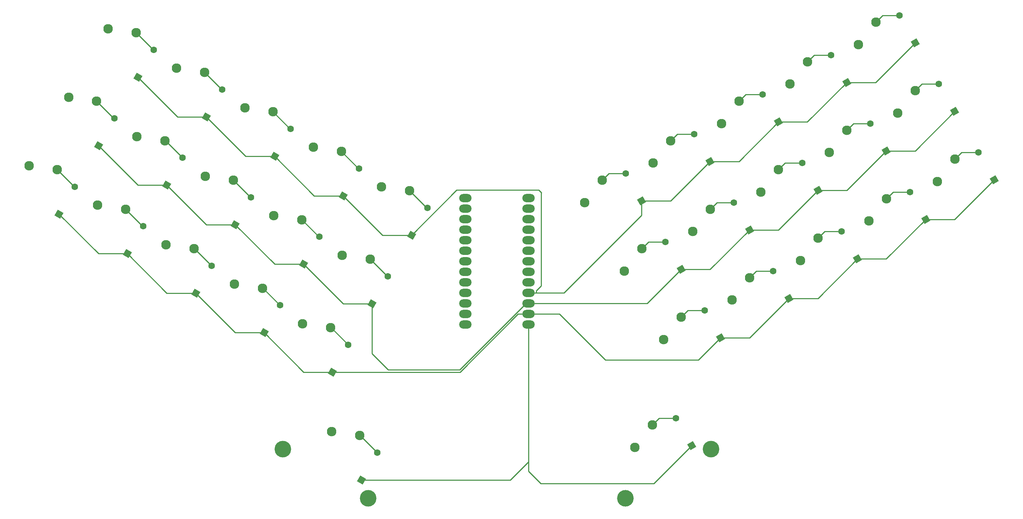
<source format=gbr>
%TF.GenerationSoftware,KiCad,Pcbnew,7.0.8*%
%TF.CreationDate,2023-12-03T22:10:45-05:00*%
%TF.ProjectId,4900_keeb_for_me,34393030-5f6b-4656-9562-5f666f725f6d,rev?*%
%TF.SameCoordinates,Original*%
%TF.FileFunction,Copper,L2,Bot*%
%TF.FilePolarity,Positive*%
%FSLAX46Y46*%
G04 Gerber Fmt 4.6, Leading zero omitted, Abs format (unit mm)*
G04 Created by KiCad (PCBNEW 7.0.8) date 2023-12-03 22:10:45*
%MOMM*%
%LPD*%
G01*
G04 APERTURE LIST*
G04 Aperture macros list*
%AMHorizOval*
0 Thick line with rounded ends*
0 $1 width*
0 $2 $3 position (X,Y) of the first rounded end (center of the circle)*
0 $4 $5 position (X,Y) of the second rounded end (center of the circle)*
0 Add line between two ends*
20,1,$1,$2,$3,$4,$5,0*
0 Add two circle primitives to create the rounded ends*
1,1,$1,$2,$3*
1,1,$1,$4,$5*%
%AMRotRect*
0 Rectangle, with rotation*
0 The origin of the aperture is its center*
0 $1 length*
0 $2 width*
0 $3 Rotation angle, in degrees counterclockwise*
0 Add horizontal line*
21,1,$1,$2,0,0,$3*%
G04 Aperture macros list end*
%TA.AperFunction,ComponentPad*%
%ADD10C,2.300000*%
%TD*%
%TA.AperFunction,ComponentPad*%
%ADD11C,4.000000*%
%TD*%
%TA.AperFunction,ComponentPad*%
%ADD12RotRect,1.600000X1.600000X60.000000*%
%TD*%
%TA.AperFunction,ComponentPad*%
%ADD13HorizOval,1.600000X0.000000X0.000000X0.000000X0.000000X0*%
%TD*%
%TA.AperFunction,ComponentPad*%
%ADD14RotRect,1.600000X1.600000X120.000000*%
%TD*%
%TA.AperFunction,ComponentPad*%
%ADD15HorizOval,1.600000X0.000000X0.000000X0.000000X0.000000X0*%
%TD*%
%TA.AperFunction,ComponentPad*%
%ADD16O,3.000000X2.000000*%
%TD*%
%TA.AperFunction,Conductor*%
%ADD17C,0.250000*%
%TD*%
G04 APERTURE END LIST*
D10*
%TO.P,SW3,2,2*%
%TO.N,Net-(D3-A)*%
X94796665Y-61588631D03*
%TO.P,SW3,1,1*%
%TO.N,/COL3*%
X88027403Y-60613335D03*
%TD*%
%TO.P,SW21,2,2*%
%TO.N,Net-(D21-A)*%
X42749897Y-75533363D03*
%TO.P,SW21,1,1*%
%TO.N,/COL1*%
X35980635Y-74558067D03*
%TD*%
%TO.P,SW22,2,2*%
%TO.N,Net-(D22-A)*%
X59247681Y-85058363D03*
%TO.P,SW22,1,1*%
%TO.N,/COL2*%
X52478419Y-84083067D03*
%TD*%
%TO.P,SW17,2,2*%
%TO.N,Net-(D17-A)*%
X200281061Y-85070579D03*
%TO.P,SW17,1,1*%
%TO.N,/COL7*%
X196051799Y-90445283D03*
%TD*%
%TO.P,SW27,2,2*%
%TO.N,Net-(D27-A)*%
X209804961Y-101569199D03*
%TO.P,SW27,1,1*%
%TO.N,/COL7*%
X205575699Y-106943903D03*
%TD*%
%TO.P,SW15,2,2*%
%TO.N,Net-(D15-A)*%
X118266033Y-97136063D03*
%TO.P,SW15,1,1*%
%TO.N,/COL5*%
X111496771Y-96160767D03*
%TD*%
%TO.P,SW29,2,2*%
%TO.N,Net-(D29-A)*%
X242800529Y-82519199D03*
%TO.P,SW29,1,1*%
%TO.N,/COL9*%
X238571267Y-87893903D03*
%TD*%
%TO.P,SW1,2,2*%
%TO.N,Net-(D1-A)*%
X61801097Y-42538631D03*
%TO.P,SW1,1,1*%
%TO.N,/COL1*%
X55031835Y-41563335D03*
%TD*%
%TO.P,SW12,2,2*%
%TO.N,Net-(D12-A)*%
X68772681Y-68561063D03*
%TO.P,SW12,1,1*%
%TO.N,/COL2*%
X62003419Y-67585767D03*
%TD*%
%TO.P,SW13,2,2*%
%TO.N,Net-(D13-A)*%
X85270465Y-78086063D03*
%TO.P,SW13,1,1*%
%TO.N,/COL3*%
X78501203Y-77110767D03*
%TD*%
%TO.P,SW6,2,2*%
%TO.N,Net-(D6-A)*%
X174258277Y-78098279D03*
%TO.P,SW6,1,1*%
%TO.N,/COL6*%
X170029015Y-83472983D03*
%TD*%
%TO.P,SW28,2,2*%
%TO.N,Net-(D28-A)*%
X226302745Y-92044199D03*
%TO.P,SW28,1,1*%
%TO.N,/COL8*%
X222073483Y-97418903D03*
%TD*%
%TO.P,SW9,2,2*%
%TO.N,Net-(D9-A)*%
X223751629Y-49523279D03*
%TO.P,SW9,1,1*%
%TO.N,/COL9*%
X219522367Y-54897983D03*
%TD*%
%TO.P,SW19,2,2*%
%TO.N,Net-(D19-A)*%
X233276629Y-66020579D03*
%TO.P,SW19,1,1*%
%TO.N,/COL9*%
X229047367Y-71395283D03*
%TD*%
%TO.P,SW20,2,2*%
%TO.N,Net-(D20-A)*%
X249774413Y-56495579D03*
%TO.P,SW20,1,1*%
%TO.N,/COL10*%
X245545151Y-61870283D03*
%TD*%
D11*
%TO.P,S32,*%
%TO.N,*%
X179856827Y-154787490D03*
X200479057Y-142881240D03*
%TD*%
D10*
%TO.P,SW31,2,2*%
%TO.N,Net-(D31-A)*%
X115715017Y-139656983D03*
%TO.P,SW31,1,1*%
%TO.N,/COL5*%
X108945755Y-138681687D03*
%TD*%
%TO.P,SW7,2,2*%
%TO.N,Net-(D7-A)*%
X190756061Y-68573279D03*
%TO.P,SW7,1,1*%
%TO.N,/COL7*%
X186526799Y-73947983D03*
%TD*%
%TO.P,SW4,2,2*%
%TO.N,Net-(D4-A)*%
X111294449Y-71113631D03*
%TO.P,SW4,1,1*%
%TO.N,/COL4*%
X104525187Y-70138335D03*
%TD*%
%TO.P,SW5,2,2*%
%TO.N,Net-(D5-A)*%
X127792233Y-80638631D03*
%TO.P,SW5,1,1*%
%TO.N,/COL5*%
X121022971Y-79663335D03*
%TD*%
%TO.P,SW18,2,2*%
%TO.N,Net-(D18-A)*%
X216778845Y-75545579D03*
%TO.P,SW18,1,1*%
%TO.N,/COL8*%
X212549583Y-80920283D03*
%TD*%
%TO.P,SW11,2,2*%
%TO.N,Net-(D11-A)*%
X52274897Y-59036063D03*
%TO.P,SW11,1,1*%
%TO.N,/COL1*%
X45505635Y-58060767D03*
%TD*%
%TO.P,SW2,2,2*%
%TO.N,Net-(D2-A)*%
X78298881Y-52063631D03*
%TO.P,SW2,1,1*%
%TO.N,/COL2*%
X71529619Y-51088335D03*
%TD*%
%TO.P,SW23,2,2*%
%TO.N,Net-(D23-A)*%
X75745465Y-94583363D03*
%TO.P,SW23,1,1*%
%TO.N,/COL3*%
X68976203Y-93608067D03*
%TD*%
%TO.P,SW14,2,2*%
%TO.N,Net-(D14-A)*%
X101768249Y-87611063D03*
%TO.P,SW14,1,1*%
%TO.N,/COL4*%
X94998987Y-86635767D03*
%TD*%
%TO.P,SW24,2,2*%
%TO.N,Net-(D24-A)*%
X92243249Y-104108363D03*
%TO.P,SW24,1,1*%
%TO.N,/COL4*%
X85473987Y-103133067D03*
%TD*%
D11*
%TO.P,S31,*%
%TO.N,*%
X97170843Y-142881240D03*
X117793073Y-154787490D03*
%TD*%
D10*
%TO.P,SW25,2,2*%
%TO.N,Net-(D25-A)*%
X108741033Y-113633363D03*
%TO.P,SW25,1,1*%
%TO.N,/COL5*%
X101971771Y-112658067D03*
%TD*%
%TO.P,SW8,2,2*%
%TO.N,Net-(D8-A)*%
X207253845Y-59048279D03*
%TO.P,SW8,1,1*%
%TO.N,/COL8*%
X203024583Y-64422983D03*
%TD*%
%TO.P,SW16,2,2*%
%TO.N,Net-(D16-A)*%
X183783277Y-94595579D03*
%TO.P,SW16,1,1*%
%TO.N,/COL6*%
X179554015Y-99970283D03*
%TD*%
%TO.P,SW32,2,2*%
%TO.N,Net-(D32-A)*%
X186334393Y-137116983D03*
%TO.P,SW32,1,1*%
%TO.N,/COL6*%
X182105131Y-142491687D03*
%TD*%
%TO.P,SW10,2,2*%
%TO.N,Net-(D10-A)*%
X240249413Y-39998279D03*
%TO.P,SW10,1,1*%
%TO.N,/COL10*%
X236020151Y-45372983D03*
%TD*%
%TO.P,SW30,2,2*%
%TO.N,Net-(D30-A)*%
X259298313Y-72994199D03*
%TO.P,SW30,1,1*%
%TO.N,/COL10*%
X255069051Y-78368903D03*
%TD*%
%TO.P,SW26,2,2*%
%TO.N,Net-(D26-A)*%
X193307177Y-111094199D03*
%TO.P,SW26,1,1*%
%TO.N,/COL6*%
X189077915Y-116468903D03*
%TD*%
D12*
%TO.P,D21,1,K*%
%TO.N,/ROW3*%
X43181947Y-86253776D03*
D13*
%TO.P,D21,2,A*%
%TO.N,Net-(D21-A)*%
X46991947Y-79654662D03*
%TD*%
D14*
%TO.P,D16,1,K*%
%TO.N,/ROW2*%
X193283452Y-99581619D03*
D15*
%TO.P,D16,2,A*%
%TO.N,Net-(D16-A)*%
X189473452Y-92982505D03*
%TD*%
D14*
%TO.P,D7,1,K*%
%TO.N,/ROW1*%
X200256235Y-73559319D03*
D15*
%TO.P,D7,2,A*%
%TO.N,Net-(D7-A)*%
X196446235Y-66960205D03*
%TD*%
D12*
%TO.P,D11,1,K*%
%TO.N,/ROW2*%
X52706947Y-69756476D03*
D13*
%TO.P,D11,2,A*%
%TO.N,Net-(D11-A)*%
X56516947Y-63157362D03*
%TD*%
D12*
%TO.P,D15,1,K*%
%TO.N,/ROW2*%
X118698083Y-107856476D03*
D13*
%TO.P,D15,2,A*%
%TO.N,Net-(D15-A)*%
X122508083Y-101257362D03*
%TD*%
D14*
%TO.P,D18,1,K*%
%TO.N,/ROW2*%
X226279020Y-80531619D03*
D15*
%TO.P,D18,2,A*%
%TO.N,Net-(D18-A)*%
X222469020Y-73932505D03*
%TD*%
D14*
%TO.P,D17,1,K*%
%TO.N,/ROW2*%
X209781236Y-90056619D03*
D15*
%TO.P,D17,2,A*%
%TO.N,Net-(D17-A)*%
X205971236Y-83457505D03*
%TD*%
D14*
%TO.P,D28,1,K*%
%TO.N,/ROW3*%
X235802920Y-97030239D03*
D15*
%TO.P,D28,2,A*%
%TO.N,Net-(D28-A)*%
X231992920Y-90431125D03*
%TD*%
D12*
%TO.P,D2,1,K*%
%TO.N,/ROW1*%
X78730931Y-62784044D03*
D13*
%TO.P,D2,2,A*%
%TO.N,Net-(D2-A)*%
X82540931Y-56184930D03*
%TD*%
D12*
%TO.P,D1,1,K*%
%TO.N,/ROW1*%
X62233147Y-53259044D03*
D13*
%TO.P,D1,2,A*%
%TO.N,Net-(D1-A)*%
X66043147Y-46659930D03*
%TD*%
D12*
%TO.P,D25,1,K*%
%TO.N,/ROW3*%
X109173083Y-124353776D03*
D13*
%TO.P,D25,2,A*%
%TO.N,Net-(D25-A)*%
X112983083Y-117754662D03*
%TD*%
D14*
%TO.P,D19,1,K*%
%TO.N,/ROW2*%
X242776804Y-71006619D03*
D15*
%TO.P,D19,2,A*%
%TO.N,Net-(D19-A)*%
X238966804Y-64407505D03*
%TD*%
D12*
%TO.P,D24,1,K*%
%TO.N,/ROW3*%
X92675299Y-114828776D03*
D13*
%TO.P,D24,2,A*%
%TO.N,Net-(D24-A)*%
X96485299Y-108229662D03*
%TD*%
D12*
%TO.P,D31,1,K*%
%TO.N,/ROW4*%
X116147067Y-150377396D03*
D13*
%TO.P,D31,2,A*%
%TO.N,Net-(D31-A)*%
X119957067Y-143778282D03*
%TD*%
D12*
%TO.P,D22,1,K*%
%TO.N,/ROW3*%
X59679731Y-95778776D03*
D13*
%TO.P,D22,2,A*%
%TO.N,Net-(D22-A)*%
X63489731Y-89179662D03*
%TD*%
D14*
%TO.P,D30,1,K*%
%TO.N,/ROW3*%
X268798488Y-77980239D03*
D15*
%TO.P,D30,2,A*%
%TO.N,Net-(D30-A)*%
X264988488Y-71381125D03*
%TD*%
D14*
%TO.P,D29,1,K*%
%TO.N,/ROW3*%
X252300704Y-87505239D03*
D15*
%TO.P,D29,2,A*%
%TO.N,Net-(D29-A)*%
X248490704Y-80906125D03*
%TD*%
D12*
%TO.P,D3,1,K*%
%TO.N,/ROW1*%
X95228715Y-72309044D03*
D13*
%TO.P,D3,2,A*%
%TO.N,Net-(D3-A)*%
X99038715Y-65709930D03*
%TD*%
D16*
%TO.P,U1,26,D10*%
%TO.N,/COL1*%
X141204950Y-82420000D03*
%TO.P,U1,25,MOSI*%
%TO.N,unconnected-(U1-MOSI-Pad25)*%
X141204950Y-84960000D03*
%TO.P,U1,24,MISO*%
%TO.N,unconnected-(U1-MISO-Pad24)*%
X141204950Y-87500000D03*
%TO.P,U1,23,SCK*%
%TO.N,unconnected-(U1-SCK-Pad23)*%
X141204950Y-90040000D03*
%TO.P,U1,22,A0*%
%TO.N,/COL2*%
X141204950Y-92580000D03*
%TO.P,U1,21,A1*%
%TO.N,/COL3*%
X141204950Y-95120000D03*
%TO.P,U1,20,A2*%
%TO.N,/COL4*%
X141204950Y-97660000D03*
%TO.P,U1,19,A3*%
%TO.N,/COL5*%
X141204950Y-100200000D03*
%TO.P,U1,18,3V3*%
%TO.N,+3V3*%
X141204950Y-102740000D03*
%TO.P,U1,17,RESET*%
%TO.N,unconnected-(U1-RESET-Pad17)*%
X141204950Y-105280000D03*
%TO.P,U1,16,GND*%
%TO.N,GND*%
X141204950Y-107820000D03*
%TO.P,U1,15,RAW*%
%TO.N,unconnected-(U1-RAW-Pad15)*%
X141204950Y-110360000D03*
%TO.P,U1,14,D-*%
%TO.N,unconnected-(U1-D--Pad14)*%
X141204950Y-112900000D03*
%TO.P,U1,13,D9*%
%TO.N,/ROW4*%
X156444950Y-112900000D03*
%TO.P,U1,12,D8*%
%TO.N,/ROW3*%
X156444950Y-110360000D03*
%TO.P,U1,11,D7*%
%TO.N,/ROW2*%
X156444950Y-107820000D03*
%TO.P,U1,10,D6*%
%TO.N,/ROW1*%
X156444950Y-105280000D03*
%TO.P,U1,9,D5*%
%TO.N,/COL6*%
X156444950Y-102740000D03*
%TO.P,U1,8,D4*%
%TO.N,/COL7*%
X156444950Y-100200000D03*
%TO.P,U1,7,D3*%
%TO.N,/COL8*%
X156444950Y-97660000D03*
%TO.P,U1,6,D2*%
%TO.N,/COL9*%
X156444950Y-95120000D03*
%TO.P,U1,5,GND*%
%TO.N,GND*%
X156444950Y-92580000D03*
%TO.P,U1,4,GND*%
X156444950Y-90040000D03*
%TO.P,U1,3,D1*%
%TO.N,/COL10*%
X156444950Y-87500000D03*
%TO.P,U1,2,D0*%
%TO.N,unconnected-(U1-D0-Pad2)*%
X156444950Y-84960000D03*
%TO.P,U1,1,D+*%
%TO.N,unconnected-(U1-D+-Pad1)*%
X156444950Y-82420000D03*
%TD*%
D12*
%TO.P,D5,1,K*%
%TO.N,/ROW1*%
X128224283Y-91359044D03*
D13*
%TO.P,D5,2,A*%
%TO.N,Net-(D5-A)*%
X132034283Y-84759930D03*
%TD*%
D14*
%TO.P,D27,1,K*%
%TO.N,/ROW3*%
X219305136Y-106555239D03*
D15*
%TO.P,D27,2,A*%
%TO.N,Net-(D27-A)*%
X215495136Y-99956125D03*
%TD*%
D12*
%TO.P,D13,1,K*%
%TO.N,/ROW2*%
X85702515Y-88806476D03*
D13*
%TO.P,D13,2,A*%
%TO.N,Net-(D13-A)*%
X89512515Y-82207362D03*
%TD*%
D12*
%TO.P,D23,1,K*%
%TO.N,/ROW3*%
X76177515Y-105303776D03*
D13*
%TO.P,D23,2,A*%
%TO.N,Net-(D23-A)*%
X79987515Y-98704662D03*
%TD*%
D14*
%TO.P,D26,1,K*%
%TO.N,/ROW3*%
X202807352Y-116080239D03*
D15*
%TO.P,D26,2,A*%
%TO.N,Net-(D26-A)*%
X198997352Y-109481125D03*
%TD*%
D14*
%TO.P,D20,1,K*%
%TO.N,/ROW2*%
X259274588Y-61481619D03*
D15*
%TO.P,D20,2,A*%
%TO.N,Net-(D20-A)*%
X255464588Y-54882505D03*
%TD*%
D12*
%TO.P,D14,1,K*%
%TO.N,/ROW2*%
X102200299Y-98331476D03*
D13*
%TO.P,D14,2,A*%
%TO.N,Net-(D14-A)*%
X106010299Y-91732362D03*
%TD*%
D14*
%TO.P,D8,1,K*%
%TO.N,/ROW1*%
X216754019Y-64034319D03*
D15*
%TO.P,D8,2,A*%
%TO.N,Net-(D8-A)*%
X212944019Y-57435205D03*
%TD*%
D14*
%TO.P,D6,1,K*%
%TO.N,/ROW1*%
X183758451Y-83084319D03*
D15*
%TO.P,D6,2,A*%
%TO.N,Net-(D6-A)*%
X179948451Y-76485205D03*
%TD*%
D14*
%TO.P,D10,1,K*%
%TO.N,/ROW1*%
X249749587Y-44984319D03*
D15*
%TO.P,D10,2,A*%
%TO.N,Net-(D10-A)*%
X245939587Y-38385205D03*
%TD*%
D12*
%TO.P,D4,1,K*%
%TO.N,/ROW1*%
X111726499Y-81834044D03*
D13*
%TO.P,D4,2,A*%
%TO.N,Net-(D4-A)*%
X115536499Y-75234930D03*
%TD*%
D14*
%TO.P,D32,1,K*%
%TO.N,/ROW4*%
X195834568Y-142103023D03*
D15*
%TO.P,D32,2,A*%
%TO.N,Net-(D32-A)*%
X192024568Y-135503909D03*
%TD*%
D14*
%TO.P,D9,1,K*%
%TO.N,/ROW1*%
X233251803Y-54509319D03*
D15*
%TO.P,D9,2,A*%
%TO.N,Net-(D9-A)*%
X229441803Y-47910205D03*
%TD*%
D12*
%TO.P,D12,1,K*%
%TO.N,/ROW2*%
X69204731Y-79281476D03*
D13*
%TO.P,D12,2,A*%
%TO.N,Net-(D12-A)*%
X73014731Y-72682362D03*
%TD*%
D17*
%TO.N,/ROW4*%
X156444950Y-148232813D02*
X156444950Y-145973800D01*
X186728216Y-151209375D02*
X159421512Y-151209375D01*
X195834568Y-142103023D02*
X186728216Y-151209375D01*
X159421512Y-151209375D02*
X156444950Y-148232813D01*
%TO.N,Net-(D32-A)*%
X192024568Y-135503909D02*
X187947467Y-135503909D01*
X187947467Y-135503909D02*
X186334393Y-137116983D01*
%TO.N,/ROW2*%
X155862354Y-107820000D02*
X156444950Y-107820000D01*
X139857354Y-123825000D02*
X155862354Y-107820000D01*
X118698083Y-119888708D02*
X122634375Y-123825000D01*
X118698083Y-107856476D02*
X118698083Y-119888708D01*
X122634375Y-123825000D02*
X139857354Y-123825000D01*
%TO.N,/ROW3*%
X153958750Y-110360000D02*
X156444950Y-110360000D01*
X139964974Y-124353776D02*
X153958750Y-110360000D01*
X109173083Y-124353776D02*
X139964974Y-124353776D01*
%TO.N,/ROW1*%
X158353125Y-104775000D02*
X158353125Y-105280000D01*
X159572714Y-81106164D02*
X159543750Y-81135128D01*
X158916855Y-80450305D02*
X159572714Y-81106164D01*
X159543750Y-81135128D02*
X159543750Y-103584375D01*
X139133022Y-80450305D02*
X158916855Y-80450305D01*
X164991875Y-105280000D02*
X158353125Y-105280000D01*
X159543750Y-103584375D02*
X158353125Y-104775000D01*
X158353125Y-105280000D02*
X156444950Y-105280000D01*
X128224283Y-91359044D02*
X139133022Y-80450305D01*
%TO.N,/ROW3*%
X163938125Y-110360000D02*
X156444950Y-110360000D01*
X175021875Y-121443750D02*
X163938125Y-110360000D01*
X197443841Y-121443750D02*
X175021875Y-121443750D01*
X202807352Y-116080239D02*
X197443841Y-121443750D01*
%TO.N,/ROW2*%
X185045071Y-107820000D02*
X156444950Y-107820000D01*
X193283452Y-99581619D02*
X185045071Y-107820000D01*
%TO.N,/ROW1*%
X183758451Y-86513424D02*
X164991875Y-105280000D01*
X183758451Y-83084319D02*
X183758451Y-86513424D01*
%TO.N,/ROW4*%
X156444950Y-145973800D02*
X152041354Y-150377396D01*
X152041354Y-150377396D02*
X116147067Y-150377396D01*
X156444950Y-112900000D02*
X156444950Y-145973800D01*
%TO.N,/ROW3*%
X209780136Y-116080239D02*
X202807352Y-116080239D01*
X219305136Y-106555239D02*
X209780136Y-116080239D01*
X226277920Y-106555239D02*
X219305136Y-106555239D01*
X235802920Y-97030239D02*
X226277920Y-106555239D01*
X242775704Y-97030239D02*
X235802920Y-97030239D01*
X252300704Y-87505239D02*
X242775704Y-97030239D01*
X268798488Y-77980239D02*
X259273488Y-87505239D01*
X259273488Y-87505239D02*
X252300704Y-87505239D01*
%TO.N,/ROW2*%
X200256236Y-99581619D02*
X193283452Y-99581619D01*
X209781236Y-90056619D02*
X200256236Y-99581619D01*
X216754020Y-90056619D02*
X209781236Y-90056619D01*
X226279020Y-80531619D02*
X216754020Y-90056619D01*
X233251804Y-80531619D02*
X226279020Y-80531619D01*
X242776804Y-71006619D02*
X233251804Y-80531619D01*
X249749588Y-71006619D02*
X242776804Y-71006619D01*
X259274588Y-61481619D02*
X249749588Y-71006619D01*
%TO.N,/ROW1*%
X190731235Y-83084319D02*
X183758451Y-83084319D01*
X200256235Y-73559319D02*
X190731235Y-83084319D01*
X207229019Y-73559319D02*
X200256235Y-73559319D01*
X216754019Y-64034319D02*
X207229019Y-73559319D01*
X223726803Y-64034319D02*
X216754019Y-64034319D01*
X233251803Y-54509319D02*
X223726803Y-64034319D01*
X240224587Y-54509319D02*
X233251803Y-54509319D01*
X249749587Y-44984319D02*
X240224587Y-54509319D01*
%TO.N,/ROW3*%
X102200299Y-124353776D02*
X109173083Y-124353776D01*
X92675299Y-114828776D02*
X102200299Y-124353776D01*
X85702515Y-114828776D02*
X92675299Y-114828776D01*
X76177515Y-105303776D02*
X85702515Y-114828776D01*
X69204731Y-105303776D02*
X76177515Y-105303776D01*
X59679731Y-95778776D02*
X69204731Y-105303776D01*
X52706947Y-95778776D02*
X59679731Y-95778776D01*
X43181947Y-86253776D02*
X52706947Y-95778776D01*
%TO.N,/ROW2*%
X102200299Y-98331476D02*
X111725299Y-107856476D01*
X111725299Y-107856476D02*
X118698083Y-107856476D01*
X95227515Y-98331476D02*
X102200299Y-98331476D01*
X85702515Y-88806476D02*
X95227515Y-98331476D01*
X78729731Y-88806476D02*
X85702515Y-88806476D01*
X69204731Y-79281476D02*
X78729731Y-88806476D01*
X62231947Y-79281476D02*
X69204731Y-79281476D01*
X52706947Y-69756476D02*
X62231947Y-79281476D01*
%TO.N,/ROW1*%
X121251499Y-91359044D02*
X128224283Y-91359044D01*
X111726499Y-81834044D02*
X121251499Y-91359044D01*
X104753715Y-81834044D02*
X111726499Y-81834044D01*
X95228715Y-72309044D02*
X104753715Y-81834044D01*
X88255931Y-72309044D02*
X95228715Y-72309044D01*
X78730931Y-62784044D02*
X88255931Y-72309044D01*
X71758147Y-62784044D02*
X78730931Y-62784044D01*
X62233147Y-53259044D02*
X71758147Y-62784044D01*
%TO.N,Net-(D30-A)*%
X260911387Y-71381125D02*
X259298313Y-72994199D01*
X264988488Y-71381125D02*
X260911387Y-71381125D01*
%TO.N,Net-(D29-A)*%
X244413603Y-80906125D02*
X242800529Y-82519199D01*
X248490704Y-80906125D02*
X244413603Y-80906125D01*
%TO.N,Net-(D28-A)*%
X227915819Y-90431125D02*
X226302745Y-92044199D01*
X231992920Y-90431125D02*
X227915819Y-90431125D01*
%TO.N,Net-(D27-A)*%
X215495136Y-99956125D02*
X211418035Y-99956125D01*
X211418035Y-99956125D02*
X209804961Y-101569199D01*
%TO.N,Net-(D26-A)*%
X194920251Y-109481125D02*
X193307177Y-111094199D01*
X198997352Y-109481125D02*
X194920251Y-109481125D01*
%TO.N,Net-(D16-A)*%
X185396351Y-92982505D02*
X183783277Y-94595579D01*
X189473452Y-92982505D02*
X185396351Y-92982505D01*
%TO.N,Net-(D17-A)*%
X201894135Y-83457505D02*
X200281061Y-85070579D01*
X205971236Y-83457505D02*
X201894135Y-83457505D01*
%TO.N,Net-(D18-A)*%
X218391919Y-73932505D02*
X216778845Y-75545579D01*
X222469020Y-73932505D02*
X218391919Y-73932505D01*
%TO.N,Net-(D19-A)*%
X238966804Y-64407505D02*
X234889703Y-64407505D01*
X234889703Y-64407505D02*
X233276629Y-66020579D01*
%TO.N,Net-(D20-A)*%
X251387487Y-54882505D02*
X249774413Y-56495579D01*
X255464588Y-54882505D02*
X251387487Y-54882505D01*
%TO.N,Net-(D10-A)*%
X241862487Y-38385205D02*
X240249413Y-39998279D01*
X245939587Y-38385205D02*
X241862487Y-38385205D01*
%TO.N,Net-(D9-A)*%
X225364703Y-47910205D02*
X223751629Y-49523279D01*
X229441803Y-47910205D02*
X225364703Y-47910205D01*
%TO.N,Net-(D8-A)*%
X208866919Y-57435205D02*
X207253845Y-59048279D01*
X212944019Y-57435205D02*
X208866919Y-57435205D01*
%TO.N,Net-(D7-A)*%
X192369135Y-66960205D02*
X190756061Y-68573279D01*
X196446235Y-66960205D02*
X192369135Y-66960205D01*
%TO.N,Net-(D6-A)*%
X179948451Y-76485205D02*
X175871351Y-76485205D01*
X175871351Y-76485205D02*
X174258277Y-78098279D01*
%TO.N,Net-(D31-A)*%
X115835768Y-139656983D02*
X115715017Y-139656983D01*
X119957067Y-143778282D02*
X115835768Y-139656983D01*
%TO.N,Net-(D24-A)*%
X92364000Y-104108363D02*
X92243249Y-104108363D01*
X96485299Y-108229662D02*
X92364000Y-104108363D01*
%TO.N,Net-(D25-A)*%
X108861784Y-113633363D02*
X108741033Y-113633363D01*
X112983083Y-117754662D02*
X108861784Y-113633363D01*
%TO.N,Net-(D15-A)*%
X122387332Y-101257362D02*
X122508083Y-101257362D01*
X118266033Y-97136063D02*
X122387332Y-101257362D01*
%TO.N,Net-(D14-A)*%
X105889548Y-91732362D02*
X106010299Y-91732362D01*
X101768249Y-87611063D02*
X105889548Y-91732362D01*
%TO.N,Net-(D23-A)*%
X75866216Y-94583363D02*
X75745465Y-94583363D01*
X79987515Y-98704662D02*
X75866216Y-94583363D01*
%TO.N,Net-(D13-A)*%
X85270465Y-78086063D02*
X89391764Y-82207362D01*
X89391764Y-82207362D02*
X89512515Y-82207362D01*
%TO.N,Net-(D12-A)*%
X68893432Y-68561063D02*
X68772681Y-68561063D01*
X73014731Y-72682362D02*
X68893432Y-68561063D01*
%TO.N,Net-(D22-A)*%
X63368980Y-89179662D02*
X63489731Y-89179662D01*
X59247681Y-85058363D02*
X63368980Y-89179662D01*
%TO.N,Net-(D21-A)*%
X46871196Y-79654662D02*
X46991947Y-79654662D01*
X42749897Y-75533363D02*
X46871196Y-79654662D01*
%TO.N,Net-(D11-A)*%
X56396196Y-63157362D02*
X56516947Y-63157362D01*
X52274897Y-59036063D02*
X56396196Y-63157362D01*
%TO.N,Net-(D5-A)*%
X131913532Y-84759930D02*
X132034283Y-84759930D01*
X127792233Y-80638631D02*
X131913532Y-84759930D01*
%TO.N,Net-(D4-A)*%
X115415748Y-75234930D02*
X115536499Y-75234930D01*
X111294449Y-71113631D02*
X115415748Y-75234930D01*
%TO.N,Net-(D3-A)*%
X98917964Y-65709930D02*
X99038715Y-65709930D01*
X94796665Y-61588631D02*
X98917964Y-65709930D01*
%TO.N,Net-(D2-A)*%
X82420180Y-56184930D02*
X82540931Y-56184930D01*
X78298881Y-52063631D02*
X82420180Y-56184930D01*
%TO.N,Net-(D1-A)*%
X65922396Y-46659930D02*
X66043147Y-46659930D01*
X61801097Y-42538631D02*
X65922396Y-46659930D01*
%TD*%
M02*

</source>
